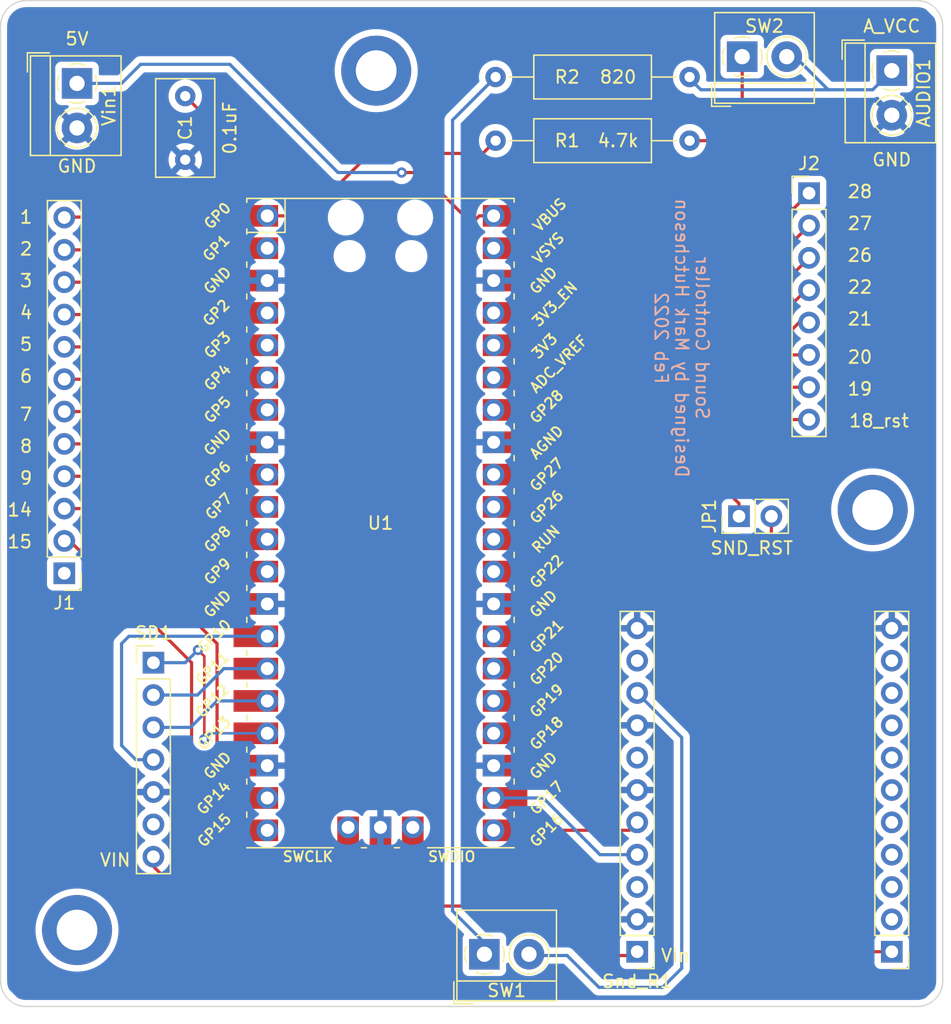
<source format=kicad_pcb>
(kicad_pcb (version 20211014) (generator pcbnew)
  (layers (0 "F.Cu" signal) (31 "B.Cu" signal) (34 "B.Paste" user) (35 "F.Paste" user) (36 "B.SilkS" user "B.Silkscreen") (37 "F.SilkS" user "F.Silkscreen") (38 "B.Mask" user) (39 "F.Mask" user) (44 "Edge.Cuts" user))
  (net 0 "")
  (net 1 "/Audio_out")
  (net 2 "/GND")
  (net 3 "Net-(C1-Pad2)")
  (net 5 "Net-(J1-Pad2)")
  (net 6 "Net-(J1-Pad3)")
  (net 7 "Net-(J1-Pad4)")
  (net 8 "Net-(J1-Pad5)")
  (net 9 "Net-(J1-Pad6)")
  (net 10 "Net-(J1-Pad7)")
  (net 11 "Net-(J1-Pad8)")
  (net 12 "Net-(J1-Pad9)")
  (net 13 "Net-(J1-Pad10)")
  (net 14 "Net-(J1-Pad11)")
  (net 15 "Net-(J1-Pad12)")
  (net 16 "Net-(J2-Pad1)")
  (net 17 "Net-(J2-Pad2)")
  (net 18 "Net-(J2-Pad3)")
  (net 19 "Net-(J2-Pad4)")
  (net 20 "Net-(J2-Pad5)")
  (net 21 "Net-(J2-Pad6)")
  (net 22 "/Rst")
  (net 23 "/Snd_rst")
  (net 24 "/Audio_R")
  (net 25 "/CS")
  (net 26 "/MOSI")
  (net 27 "/MISO")
  (net 28 "/SCK")
  (net 30 "/Vcc")
  (net 39 "Net-(J2-Pad7)")
  (net 40 "/Act")
  (net 41 "/SND_Tx")
  (net 42 "/SND_Rx")
  (net 43 "/BUS")
  (net 44 "/Audio_L")
  (net 45 "/3V3")
  (net 46 "/CS_SND")
  (net 53 "/Audio_outM")
  (net 54 "/Audio_RO")
  (footprint "Capacitor_THT:C_Disc_D7.5mm_W4.4mm_P5.00mm" (layer "F.Cu") (at 105 78 90)
    (fp_text reference "C1" (at 2.5 0 90) (layer "F.SilkS"))
    (fp_text value "C")
    (pad "1" thru_hole circle locked (at 0 0 90) (size 1.6 1.6) (drill 0.8) (layers *.Cu *.Mask) (net 2 "/GND"))
    (pad "2" thru_hole circle locked (at 5 0 90) (size 1.6 1.6) (drill 0.8) (layers *.Cu *.Mask) (net 3 "Net-(C1-Pad2)"))
  )
  (footprint "Connector_PinHeader_2.54mm:PinHeader_1x07_P2.54mm_Vertical" (layer "F.Cu") (at 102.5 117.5)
    (fp_text reference "SD1" (at 0 -2.33) (layer "F.SilkS"))
    (fp_text value "Conn_01x07")
    (pad "1" thru_hole rect locked (at 0 0) (size 1.7 1.7) (drill 1) (layers *.Cu *.Mask) (net 25 "/CS"))
    (pad "2" thru_hole oval locked (at 0 2.54) (size 1.7 1.7) (drill 1) (layers *.Cu *.Mask) (net 26 "/MOSI"))
    (pad "3" thru_hole oval locked (at 0 5.08) (size 1.7 1.7) (drill 1) (layers *.Cu *.Mask) (net 27 "/MISO"))
    (pad "4" thru_hole oval locked (at 0 7.62) (size 1.7 1.7) (drill 1) (layers *.Cu *.Mask) (net 28 "/SCK"))
    (pad "5" thru_hole oval locked (at 0 10.16) (size 1.7 1.7) (drill 1) (layers *.Cu *.Mask) (net 2 "/GND"))
    (pad "6" thru_hole oval locked (at 0 12.7) (size 1.7 1.7) (drill 1) (layers *.Cu *.Mask))
    (pad "7" thru_hole oval locked (at 0 15.24) (size 1.7 1.7) (drill 1) (layers *.Cu *.Mask) (net 30 "/Vcc"))
  )
  (footprint "Connector_PinHeader_2.54mm:PinHeader_1x11_P2.54mm_Vertical" (layer "F.Cu") (at 140.5 140.2 180)
    (fp_text reference "Snd_R1" (at 0 -2.33) (layer "F.SilkS"))
    (fp_text value "Conn_01x11")
    (pad "1" thru_hole rect locked (at 0 0 180) (size 1.7 1.7) (drill 1) (layers *.Cu *.Mask) (net 30 "/Vcc"))
    (pad "2" thru_hole oval locked (at 0 2.54 180) (size 1.7 1.7) (drill 1) (layers *.Cu *.Mask) (net 2 "/GND"))
    (pad "3" thru_hole oval locked (at 0 5.08 180) (size 1.7 1.7) (drill 1) (layers *.Cu *.Mask) (net 43 "/BUS"))
    (pad "4" thru_hole oval locked (at 0 7.62 180) (size 1.7 1.7) (drill 1) (layers *.Cu *.Mask) (net 41 "/SND_Tx"))
    (pad "5" thru_hole oval locked (at 0 10.16 180) (size 1.7 1.7) (drill 1) (layers *.Cu *.Mask) (net 42 "/SND_Rx"))
    (pad "6" thru_hole oval locked (at 0 12.7 180) (size 1.7 1.7) (drill 1) (layers *.Cu *.Mask) (net 2 "/GND"))
    (pad "7" thru_hole oval locked (at 0 15.24 180) (size 1.7 1.7) (drill 1) (layers *.Cu *.Mask) (net 46 "/CS_SND"))
    (pad "8" thru_hole oval locked (at 0 17.78 180) (size 1.7 1.7) (drill 1) (layers *.Cu *.Mask) (net 2 "/GND"))
    (pad "9" thru_hole oval locked (at 0 20.32 180) (size 1.7 1.7) (drill 1) (layers *.Cu *.Mask) (net 24 "/Audio_R"))
    (pad "10" thru_hole oval locked (at 0 22.86 180) (size 1.7 1.7) (drill 1) (layers *.Cu *.Mask) (net 44 "/Audio_L"))
    (pad "11" thru_hole oval locked (at 0 25.4 180) (size 1.7 1.7) (drill 1) (layers *.Cu *.Mask) (net 2 "/GND"))
  )
  (footprint "" (layer "F.Cu") (at 96.5 138.5)
    (fp_text reference "" (at 0 0) (layer "F.SilkS") (effects (font (size 1.27 1.27))))
    (fp_text value "" (at 0 0) (layer "F.SilkS") (effects (font (size 1.27 1.27))))
    (pad "1" thru_hole circle locked (at 0 0) (size 5.5 5.5) (drill 3.2) (layers *.Cu *.Mask))
  )
  (footprint "Connector_PinHeader_2.54mm:PinHeader_1x12_P2.54mm_Vertical" (layer "F.Cu") (at 95.5 110.475 180)
    (fp_text reference "J1" (at 0 -2.33) (layer "F.SilkS"))
    (fp_text value "Conn_01x12")
    (pad "1" thru_hole rect locked (at 0 0 180) (size 1.7 1.7) (drill 1) (layers *.Cu *.Mask))
    (pad "2" thru_hole oval locked (at 0 2.54 180) (size 1.7 1.7) (drill 1) (layers *.Cu *.Mask) (net 5 "Net-(J1-Pad2)"))
    (pad "3" thru_hole oval locked (at 0 5.08 180) (size 1.7 1.7) (drill 1) (layers *.Cu *.Mask) (net 6 "Net-(J1-Pad3)"))
    (pad "4" thru_hole oval locked (at 0 7.62 180) (size 1.7 1.7) (drill 1) (layers *.Cu *.Mask) (net 7 "Net-(J1-Pad4)"))
    (pad "5" thru_hole oval locked (at 0 10.16 180) (size 1.7 1.7) (drill 1) (layers *.Cu *.Mask) (net 8 "Net-(J1-Pad5)"))
    (pad "6" thru_hole oval locked (at 0 12.7 180) (size 1.7 1.7) (drill 1) (layers *.Cu *.Mask) (net 9 "Net-(J1-Pad6)"))
    (pad "7" thru_hole oval locked (at 0 15.24 180) (size 1.7 1.7) (drill 1) (layers *.Cu *.Mask) (net 10 "Net-(J1-Pad7)"))
    (pad "8" thru_hole oval locked (at 0 17.78 180) (size 1.7 1.7) (drill 1) (layers *.Cu *.Mask) (net 11 "Net-(J1-Pad8)"))
    (pad "9" thru_hole oval locked (at 0 20.32 180) (size 1.7 1.7) (drill 1) (layers *.Cu *.Mask) (net 12 "Net-(J1-Pad9)"))
    (pad "10" thru_hole oval locked (at 0 22.86 180) (size 1.7 1.7) (drill 1) (layers *.Cu *.Mask) (net 13 "Net-(J1-Pad10)"))
    (pad "11" thru_hole oval locked (at 0 25.4 180) (size 1.7 1.7) (drill 1) (layers *.Cu *.Mask) (net 14 "Net-(J1-Pad11)"))
    (pad "12" thru_hole oval locked (at 0 27.94 180) (size 1.7 1.7) (drill 1) (layers *.Cu *.Mask) (net 15 "Net-(J1-Pad12)"))
  )
  (footprint "Connector_PinHeader_2.54mm:PinHeader_1x11_P2.54mm_Vertical" (layer "F.Cu") (at 160.5 140.2 180)
    (fp_text reference "Snd_L1" hide)
    (fp_text value "Conn_01x11")
    (pad "1" thru_hole rect locked (at 0 0 180) (size 1.7 1.7) (drill 1) (layers *.Cu *.Mask) (net 23 "/Snd_rst"))
    (pad "2" thru_hole oval locked (at 0 2.54 180) (size 1.7 1.7) (drill 1) (layers *.Cu *.Mask))
    (pad "3" thru_hole oval locked (at 0 5.08 180) (size 1.7 1.7) (drill 1) (layers *.Cu *.Mask))
    (pad "4" thru_hole oval locked (at 0 7.62 180) (size 1.7 1.7) (drill 1) (layers *.Cu *.Mask))
    (pad "5" thru_hole oval locked (at 0 10.16 180) (size 1.7 1.7) (drill 1) (layers *.Cu *.Mask))
    (pad "6" thru_hole oval locked (at 0 12.7 180) (size 1.7 1.7) (drill 1) (layers *.Cu *.Mask))
    (pad "7" thru_hole oval locked (at 0 15.24 180) (size 1.7 1.7) (drill 1) (layers *.Cu *.Mask))
    (pad "8" thru_hole oval locked (at 0 17.78 180) (size 1.7 1.7) (drill 1) (layers *.Cu *.Mask))
    (pad "9" thru_hole oval locked (at 0 20.32 180) (size 1.7 1.7) (drill 1) (layers *.Cu *.Mask))
    (pad "10" thru_hole oval locked (at 0 22.86 180) (size 1.7 1.7) (drill 1) (layers *.Cu *.Mask) (net 40 "/Act"))
    (pad "11" thru_hole oval locked (at 0 25.4 180) (size 1.7 1.7) (drill 1) (layers *.Cu *.Mask) (net 2 "/GND"))
  )
  (footprint "TerminalBlock_4Ucon:TerminalBlock_4Ucon_1x02_P3.50mm_Horizontal" (layer "F.Cu") (at 128.5 140.4)
    (fp_text reference "SW1" (at 1.75 2.85) (layer "F.SilkS"))
    (fp_text value "SW_DIP_x01")
    (pad "1" thru_hole rect locked (at 0 0) (size 2.4 2.4) (drill 1.2) (layers *.Cu *.Mask) (net 54 "/Audio_RO"))
    (pad "2" thru_hole circle locked (at 3.5 0) (size 2.4 2.4) (drill 1.2) (layers *.Cu *.Mask) (net 24 "/Audio_R"))
  )
  (footprint "TerminalBlock_4Ucon:TerminalBlock_4Ucon_1x02_P3.50mm_Horizontal" (layer "F.Cu") (at 160.5 71 -90)
    (fp_text reference "AUDIO1" (at 1.75 -2.5 90) (layer "F.SilkS"))
    (fp_text value "Conn_01x02")
    (pad "1" thru_hole rect locked (at 0 0 270) (size 2.4 2.4) (drill 1.2) (layers *.Cu *.Mask) (net 1 "/Audio_out"))
    (pad "2" thru_hole circle locked (at 3.5 0 270) (size 2.4 2.4) (drill 1.2) (layers *.Cu *.Mask) (net 2 "/GND"))
  )
  (footprint "" (layer "F.Cu") (at 120 71)
    (fp_text reference "" (at 0 0) (layer "F.SilkS") (effects (font (size 1.27 1.27))))
    (fp_text value "" (at 0 0) (layer "F.SilkS") (effects (font (size 1.27 1.27))))
    (pad "1" thru_hole circle locked (at 0 0) (size 5.5 5.5) (drill 3.2) (layers *.Cu *.Mask))
  )
  (footprint "Connector_PinHeader_2.54mm:PinHeader_1x02_P2.54mm_Vertical" (layer "F.Cu") (at 148.5 106 90)
    (fp_text reference "JP1" (at 0 -2.33 90) (layer "F.SilkS"))
    (fp_text value "Jumper_2_Open")
    (pad "1" thru_hole rect locked (at 0 0 90) (size 1.7 1.7) (drill 1) (layers *.Cu *.Mask) (net 22 "/Rst"))
    (pad "2" thru_hole oval locked (at 0 2.54 90) (size 1.7 1.7) (drill 1) (layers *.Cu *.Mask) (net 23 "/Snd_rst"))
  )
  (footprint "TerminalBlock_4Ucon:TerminalBlock_4Ucon_1x02_P3.50mm_Horizontal" (layer "F.Cu") (at 96.5 72 -90)
    (fp_text reference "Vin1" (at 1.75 -2.5 90) (layer "F.SilkS"))
    (fp_text value "Conn_01x02")
    (pad "1" thru_hole rect locked (at 0 0 270) (size 2.4 2.4) (drill 1.2) (layers *.Cu *.Mask) (net 30 "/Vcc"))
    (pad "2" thru_hole circle locked (at 3.5 0 270) (size 2.4 2.4) (drill 1.2) (layers *.Cu *.Mask) (net 2 "/GND"))
  )
  (footprint "Resistor_THT:R_Axial_DIN0309_L9.0mm_D3.2mm_P15.24mm_Horizontal" (layer "F.Cu") (at 129.38 71.5)
    (fp_text reference "R2" (at 5.62 0) (layer "F.SilkS"))
    (fp_text value "820")
    (pad "1" thru_hole circle locked (at 0 0) (size 1.6 1.6) (drill 0.8) (layers *.Cu *.Mask) (net 54 "/Audio_RO"))
    (pad "2" thru_hole oval locked (at 15.24 0) (size 1.6 1.6) (drill 0.8) (layers *.Cu *.Mask) (net 1 "/Audio_out"))
  )
  (footprint "TerminalBlock_4Ucon:TerminalBlock_4Ucon_1x02_P3.50mm_Horizontal" (layer "F.Cu") (at 148.75 69.9)
    (fp_text reference "SW2" (at 1.75 -2.4) (layer "F.SilkS"))
    (fp_text value "SW_DIP_x01")
    (pad "1" thru_hole rect locked (at 0 0) (size 2.4 2.4) (drill 1.2) (layers *.Cu *.Mask) (net 53 "/Audio_outM"))
    (pad "2" thru_hole circle locked (at 3.5 0) (size 2.4 2.4) (drill 1.2) (layers *.Cu *.Mask) (net 1 "/Audio_out"))
  )
  (footprint "" (layer "F.Cu") (at 159 105.5)
    (fp_text reference "" (at 0 0) (layer "F.SilkS") (effects (font (size 1.27 1.27))))
    (fp_text value "" (at 0 0) (layer "F.SilkS") (effects (font (size 1.27 1.27))))
    (pad "1" thru_hole circle locked (at 0 0) (size 5.5 5.5) (drill 3.2) (layers *.Cu *.Mask))
  )
  (footprint "Connector_PinHeader_2.54mm:PinHeader_1x08_P2.54mm_Vertical" (layer "F.Cu") (at 154 80.625)
    (fp_text reference "J2" (at 0 -2.33) (layer "F.SilkS"))
    (fp_text value "Conn_01x08")
    (pad "1" thru_hole rect locked (at 0 0) (size 1.7 1.7) (drill 1) (layers *.Cu *.Mask) (net 16 "Net-(J2-Pad1)"))
    (pad "2" thru_hole oval locked (at 0 2.54) (size 1.7 1.7) (drill 1) (layers *.Cu *.Mask) (net 17 "Net-(J2-Pad2)"))
    (pad "3" thru_hole oval locked (at 0 5.08) (size 1.7 1.7) (drill 1) (layers *.Cu *.Mask) (net 18 "Net-(J2-Pad3)"))
    (pad "4" thru_hole oval locked (at 0 7.62) (size 1.7 1.7) (drill 1) (layers *.Cu *.Mask) (net 19 "Net-(J2-Pad4)"))
    (pad "5" thru_hole oval locked (at 0 10.16) (size 1.7 1.7) (drill 1) (layers *.Cu *.Mask) (net 20 "Net-(J2-Pad5)"))
    (pad "6" thru_hole oval locked (at 0 12.7) (size 1.7 1.7) (drill 1) (layers *.Cu *.Mask) (net 21 "Net-(J2-Pad6)"))
    (pad "7" thru_hole oval locked (at 0 15.24) (size 1.7 1.7) (drill 1) (layers *.Cu *.Mask) (net 39 "Net-(J2-Pad7)"))
    (pad "8" thru_hole oval locked (at 0 17.78) (size 1.7 1.7) (drill 1) (layers *.Cu *.Mask) (net 22 "/Rst"))
  )
  (footprint "Pi-Pico:RPi_Pico_SMD_TH" (layer "F.Cu") (at 120.335 106.535)
    (fp_text reference "U1" (at 0 0) (layer "F.SilkS"))
    (fp_text value "Pico")
    (fp_text user "GND" (at -12.8 -19.05 45) (layer "F.SilkS") (effects (font (size 0.8 0.8))))
    (fp_text user "GND" (at -12.8 19.05 45) (layer "F.SilkS") (effects (font (size 0.8 0.8))))
    (fp_text user "GP3" (at -12.8 -13.97 45) (layer "F.SilkS") (effects (font (size 0.8 0.8))))
    (fp_text user "AGND" (at 13.054 -6.35 45) (layer "F.SilkS") (effects (font (size 0.8 0.8))))
    (fp_text user "GP26" (at 13.054 -1.27 45) (layer "F.SilkS") (effects (font (size 0.8 0.8))))
    (fp_text user "GP2" (at -12.9 -16.51 45) (layer "F.SilkS") (effects (font (size 0.8 0.8))))
    (fp_text user "GP10" (at -13.054 8.89 45) (layer "F.SilkS") (effects (font (size 0.8 0.8))))
    (fp_text user "GP7" (at -12.7 -1.3 45) (layer "F.SilkS") (effects (font (size 0.8 0.8))))
    (fp_text user "GP9" (at -12.8 3.81 45) (layer "F.SilkS") (effects (font (size 0.8 0.8))))
    (fp_text user "GP5" (at -12.8 -8.89 45) (layer "F.SilkS") (effects (font (size 0.8 0.8))))
    (fp_text user "GND" (at 12.8 19.05 45) (layer "F.SilkS") (effects (font (size 0.8 0.8))))
    (fp_text user "GP16" (at 13.054 24.13 45) (layer "F.SilkS") (effects (font (size 0.8 0.8))))
    (fp_text user "GP12" (at -13.2 13.97 45) (layer "F.SilkS") (effects (font (size 0.8 0.8))))
    (fp_text user "GP17" (at 13.054 21.59 45) (layer "F.SilkS") (effects (font (size 0.8 0.8))))
    (fp_text user "GND" (at -12.8 6.35 45) (layer "F.SilkS") (effects (font (size 0.8 0.8))))
    (fp_text user "3V3_EN" (at 13.7 -17.2 45) (layer "F.SilkS") (effects (font (size 0.8 0.8))))
    (fp_text user "GP6" (at -12.8 -3.81 45) (layer "F.SilkS") (effects (font (size 0.8 0.8))))
    (fp_text user "GND" (at 12.8 -19.05 45) (layer "F.SilkS") (effects (font (size 0.8 0.8))))
    (fp_text user "GP0" (at -12.8 -24.13 45) (layer "F.SilkS") (effects (font (size 0.8 0.8))))
    (fp_text user "3V3" (at 12.9 -13.9 45) (layer "F.SilkS") (effects (font (size 0.8 0.8))))
    (fp_text user "VBUS" (at 13.3 -24.2 45) (layer "F.SilkS") (effects (font (size 0.8 0.8))))
    (fp_text user "GP27" (at 13.054 -3.8 45) (layer "F.SilkS") (effects (font (size 0.8 0.8))))
    (fp_text user "RUN" (at 13 1.27 45) (layer "F.SilkS") (effects (font (size 0.8 0.8))))
    (fp_text user "GP20" (at 13.054 11.43 45) (layer "F.SilkS") (effects (font (size 0.8 0.8))))
    (fp_text user "GP8" (at -12.8 1.27 45) (layer "F.SilkS") (effects (font (size 0.8 0.8))))
    (fp_text user "GND" (at -12.8 -6.35 45) (layer "F.SilkS") (effects (font (size 0.8 0.8))))
    (fp_text user "GP15" (at -13.054 24.13 45) (layer "F.SilkS") (effects (font (size 0.8 0.8))))
    (fp_text user "GP14" (at -13.1 21.59 45) (layer "F.SilkS") (effects (font (size 0.8 0.8))))
    (fp_text user "GP28" (at 13.054 -9.144 45) (layer "F.SilkS") (effects (font (size 0.8 0.8))))
    (fp_text user "GP13" (at -13.054 16.51 45) (layer "F.SilkS") (effects (font (size 0.8 0.8))))
    (fp_text user "GND" (at 12.8 6.35 45) (layer "F.SilkS") (effects (font (size 0.8 0.8))))
    (fp_text user "VSYS" (at 13.2 -21.59 45) (layer "F.SilkS") (effects (font (size 0.8 0.8))))
    (fp_text user "GP18" (at 13.054 16.51 45) (layer "F.SilkS") (effects (font (size 0.8 0.8))))
    (fp_text user "GP1" (at -12.9 -21.6 45) (layer "F.SilkS") (effects (font (size 0.8 0.8))))
    (fp_text user "GP21" (at 13.054 8.9 45) (layer "F.SilkS") (effects (font (size 0.8 0.8))))
    (fp_text user "GP22" (at 13.054 3.81 45) (layer "F.SilkS") (effects (font (size 0.8 0.8))))
    (fp_text user "GP11" (at -13.2 11.43 45) (layer "F.SilkS") (effects (font (size 0.8 0.8))))
    (fp_text user "SWCLK" (at -5.7 26.2) (layer "F.SilkS") (effects (font (size 0.8 0.8))))
    (fp_text user "SWDIO" (at 5.6 26.2) (layer "F.SilkS") (effects (font (size 0.8 0.8))))
    (fp_text user "GP4" (at -12.8 -11.43 45) (layer "F.SilkS") (effects (font (size 0.8 0.8))))
    (fp_text user "GP19" (at 13.054 13.97 45) (layer "F.SilkS") (effects (font (size 0.8 0.8))))
    (fp_text user "ADC_VREF" (at 14 -12.5 45) (layer "F.SilkS") (effects (font (size 0.8 0.8))))
    (pad "" np_thru_hole oval locked (at 2.725 -24) (size 1.8 1.8) (drill 1.8) (layers *.Cu *.Mask))
    (pad "" np_thru_hole oval locked (at 2.425 -20.97) (size 1.5 1.5) (drill 1.5) (layers *.Cu *.Mask))
    (pad "" np_thru_hole oval locked (at -2.425 -20.97) (size 1.5 1.5) (drill 1.5) (layers *.Cu *.Mask))
    (pad "" np_thru_hole oval locked (at -2.725 -24) (size 1.8 1.8) (drill 1.8) (layers *.Cu *.Mask))
    (pad "1" smd rect locked (at -8.89 -24.13) (size 3.5 1.7) (drill (offset -0.9 0)) (layers "F.Cu" "F.Mask") (net 3 "Net-(C1-Pad2)"))
    (pad "1" thru_hole oval locked (at -8.89 -24.13) (size 1.7 1.7) (drill 1.02) (layers *.Cu *.Mask) (net 3 "Net-(C1-Pad2)"))
    (pad "2" smd rect locked (at -8.89 -21.59) (size 3.5 1.7) (drill (offset -0.9 0)) (layers "F.Cu" "F.Mask") (net 15 "Net-(J1-Pad12)"))
    (pad "2" thru_hole oval locked (at -8.89 -21.59) (size 1.7 1.7) (drill 1.02) (layers *.Cu *.Mask) (net 15 "Net-(J1-Pad12)"))
    (pad "3" thru_hole rect locked (at -8.89 -19.05) (size 1.7 1.7) (drill 1.02) (layers *.Cu *.Mask) (net 2 "/GND"))
    (pad "3" smd rect locked (at -8.89 -19.05) (size 3.5 1.7) (drill (offset -0.9 0)) (layers "F.Cu" "F.Mask") (net 2 "/GND"))
    (pad "4" smd rect locked (at -8.89 -16.51) (size 3.5 1.7) (drill (offset -0.9 0)) (layers "F.Cu" "F.Mask") (net 14 "Net-(J1-Pad11)"))
    (pad "4" thru_hole oval locked (at -8.89 -16.51) (size 1.7 1.7) (drill 1.02) (layers *.Cu *.Mask) (net 14 "Net-(J1-Pad11)"))
    (pad "5" smd rect locked (at -8.89 -13.97) (size 3.5 1.7) (drill (offset -0.9 0)) (layers "F.Cu" "F.Mask") (net 13 "Net-(J1-Pad10)"))
    (pad "5" thru_hole oval locked (at -8.89 -13.97) (size 1.7 1.7) (drill 1.02) (layers *.Cu *.Mask) (net 13 "Net-(J1-Pad10)"))
    (pad "6" thru_hole oval locked (at -8.89 -11.43) (size 1.7 1.7) (drill 1.02) (layers *.Cu *.Mask) (net 12 "Net-(J1-Pad9)"))
    (pad "6" smd rect locked (at -8.89 -11.43) (size 3.5 1.7) (drill (offset -0.9 0)) (layers "F.Cu" "F.Mask") (net 12 "Net-(J1-Pad9)"))
    (pad "7" smd rect locked (at -8.89 -8.89) (size 3.5 1.7) (drill (offset -0.9 0)) (layers "F.Cu" "F.Mask") (net 11 "Net-(J1-Pad8)"))
    (pad "7" thru_hole oval locked (at -8.89 -8.89) (size 1.7 1.7) (drill 1.02) (layers *.Cu *.Mask) (net 11 "Net-(J1-Pad8)"))
    (pad "8" smd rect locked (at -8.89 -6.35) (size 3.5 1.7) (drill (offset -0.9 0)) (layers "F.Cu" "F.Mask") (net 2 "/GND"))
    (pad "8" thru_hole rect locked (at -8.89 -6.35) (size 1.7 1.7) (drill 1.02) (layers *.Cu *.Mask) (net 2 "/GND"))
    (pad "9" thru_hole oval locked (at -8.89 -3.81) (size 1.7 1.7) (drill 1.02) (layers *.Cu *.Mask) (net 10 "Net-(J1-Pad7)"))
    (pad "9" smd rect locked (at -8.89 -3.81) (size 3.5 1.7) (drill (offset -0.9 0)) (layers "F.Cu" "F.Mask") (net 10 "Net-(J1-Pad7)"))
    (pad "10" thru_hole oval locked (at -8.89 -1.27) (size 1.7 1.7) (drill 1.02) (layers *.Cu *.Mask) (net 9 "Net-(J1-Pad6)"))
    (pad "10" smd rect locked (at -8.89 -1.27) (size 3.5 1.7) (drill (offset -0.9 0)) (layers "F.Cu" "F.Mask") (net 9 "Net-(J1-Pad6)"))
    (pad "11" thru_hole oval locked (at -8.89 1.27) (size 1.7 1.7) (drill 1.02) (layers *.Cu *.Mask) (net 8 "Net-(J1-Pad5)"))
    (pad "11" smd rect locked (at -8.89 1.27) (size 3.5 1.7) (drill (offset -0.9 0)) (layers "F.Cu" "F.Mask") (net 8 "Net-(J1-Pad5)"))
    (pad "12" smd rect locked (at -8.89 3.81) (size 3.5 1.7) (drill (offset -0.9 0)) (layers "F.Cu" "F.Mask") (net 7 "Net-(J1-Pad4)"))
    (pad "12" thru_hole oval locked (at -8.89 3.81) (size 1.7 1.7) (drill 1.02) (layers *.Cu *.Mask) (net 7 "Net-(J1-Pad4)"))
    (pad "13" smd rect locked (at -8.89 6.35) (size 3.5 1.7) (drill (offset -0.9 0)) (layers "F.Cu" "F.Mask") (net 2 "/GND"))
    (pad "13" thru_hole rect locked (at -8.89 6.35) (size 1.7 1.7) (drill 1.02) (layers *.Cu *.Mask) (net 2 "/GND"))
    (pad "14" thru_hole oval locked (at -8.89 8.89) (size 1.7 1.7) (drill 1.02) (layers *.Cu *.Mask) (net 28 "/SCK"))
    (pad "14" smd rect locked (at -8.89 8.89) (size 3.5 1.7) (drill (offset -0.9 0)) (layers "F.Cu" "F.Mask") (net 28 "/SCK"))
    (pad "15" thru_hole oval locked (at -8.89 11.43) (size 1.7 1.7) (drill 1.02) (layers *.Cu *.Mask) (net 26 "/MOSI"))
    (pad "15" smd rect locked (at -8.89 11.43) (size 3.5 1.7) (drill (offset -0.9 0)) (layers "F.Cu" "F.Mask") (net 26 "/MOSI"))
    (pad "16" smd rect locked (at -8.89 13.97) (size 3.5 1.7) (drill (offset -0.9 0)) (layers "F.Cu" "F.Mask") (net 27 "/MISO"))
    (pad "16" thru_hole oval locked (at -8.89 13.97) (size 1.7 1.7) (drill 1.02) (layers *.Cu *.Mask) (net 27 "/MISO"))
    (pad "17" smd rect locked (at -8.89 16.51) (size 3.5 1.7) (drill (offset -0.9 0)) (layers "F.Cu" "F.Mask") (net 25 "/CS"))
    (pad "17" thru_hole oval locked (at -8.89 16.51) (size 1.7 1.7) (drill 1.02) (layers *.Cu *.Mask) (net 25 "/CS"))
    (pad "18" thru_hole rect locked (at -8.89 19.05) (size 1.7 1.7) (drill 1.02) (layers *.Cu *.Mask) (net 2 "/GND"))
    (pad "18" smd rect locked (at -8.89 19.05) (size 3.5 1.7) (drill (offset -0.9 0)) (layers "F.Cu" "F.Mask") (net 2 "/GND"))
    (pad "19" thru_hole oval locked (at -8.89 21.59) (size 1.7 1.7) (drill 1.02) (layers *.Cu *.Mask) (net 6 "Net-(J1-Pad3)"))
    (pad "19" smd rect locked (at -8.89 21.59) (size 3.5 1.7) (drill (offset -0.9 0)) (layers "F.Cu" "F.Mask") (net 6 "Net-(J1-Pad3)"))
    (pad "20" thru_hole oval locked (at -8.89 24.13) (size 1.7 1.7) (drill 1.02) (layers *.Cu *.Mask) (net 5 "Net-(J1-Pad2)"))
    (pad "20" smd rect locked (at -8.89 24.13) (size 3.5 1.7) (drill (offset -0.9 0)) (layers "F.Cu" "F.Mask") (net 5 "Net-(J1-Pad2)"))
    (pad "21" thru_hole oval locked (at 8.89 24.13) (size 1.7 1.7) (drill 1.02) (layers *.Cu *.Mask) (net 42 "/SND_Rx"))
    (pad "21" smd rect locked (at 8.89 24.13) (size 3.5 1.7) (drill (offset 0.9 0)) (layers "F.Cu" "F.Mask") (net 42 "/SND_Rx"))
    (pad "22" smd rect locked (at 8.89 21.59) (size 3.5 1.7) (drill (offset 0.9 0)) (layers "F.Cu" "F.Mask") (net 41 "/SND_Tx"))
    (pad "22" thru_hole oval locked (at 8.89 21.59) (size 1.7 1.7) (drill 1.02) (layers *.Cu *.Mask) (net 41 "/SND_Tx"))
    (pad "23" smd rect locked (at 8.89 19.05) (size 3.5 1.7) (drill (offset 0.9 0)) (layers "F.Cu" "F.Mask") (net 2 "/GND"))
    (pad "23" thru_hole rect locked (at 8.89 19.05) (size 1.7 1.7) (drill 1.02) (layers *.Cu *.Mask) (net 2 "/GND"))
    (pad "24" smd rect locked (at 8.89 16.51) (size 3.5 1.7) (drill (offset 0.9 0)) (layers "F.Cu" "F.Mask") (net 22 "/Rst"))
    (pad "24" thru_hole oval locked (at 8.89 16.51) (size 1.7 1.7) (drill 1.02) (layers *.Cu *.Mask) (net 22 "/Rst"))
    (pad "25" thru_hole oval locked (at 8.89 13.97) (size 1.7 1.7) (drill 1.02) (layers *.Cu *.Mask) (net 39 "Net-(J2-Pad7)"))
    (pad "25" smd rect locked (at 8.89 13.97) (size 3.5 1.7) (drill (offset 0.9 0)) (layers "F.Cu" "F.Mask") (net 39 "Net-(J2-Pad7)"))
    (pad "26" thru_hole oval locked (at 8.89 11.43) (size 1.7 1.7) (drill 1.02) (layers *.Cu *.Mask) (net 21 "Net-(J2-Pad6)"))
    (pad "26" smd rect locked (at 8.89 11.43) (size 3.5 1.7) (drill (offset 0.9 0)) (layers "F.Cu" "F.Mask") (net 21 "Net-(J2-Pad6)"))
    (pad "27" thru_hole oval locked (at 8.89 8.89) (size 1.7 1.7) (drill 1.02) (layers *.Cu *.Mask) (net 20 "Net-(J2-Pad5)"))
    (pad "27" smd rect locked (at 8.89 8.89) (size 3.5 1.7) (drill (offset 0.9 0)) (layers "F.Cu" "F.Mask") (net 20 "Net-(J2-Pad5)"))
    (pad "28" smd rect locked (at 8.89 6.35) (size 3.5 1.7) (drill (offset 0.9 0)) (layers "F.Cu" "F.Mask") (net 2 "/GND"))
    (pad "28" thru_hole rect locked (at 8.89 6.35) (size 1.7 1.7) (drill 1.02) (layers *.Cu *.Mask) (net 2 "/GND"))
    (pad "29" thru_hole oval locked (at 8.89 3.81) (size 1.7 1.7) (drill 1.02) (layers *.Cu *.Mask) (net 19 "Net-(J2-Pad4)"))
    (pad "29" smd rect locked (at 8.89 3.81) (size 3.5 1.7) (drill (offset 0.9 0)) (layers "F.Cu" "F.Mask") (net 19 "Net-(J2-Pad4)"))
    (pad "30" smd rect locked (at 8.89 1.27) (size 3.5 1.7) (drill (offset 0.9 0)) (layers "F.Cu" "F.Mask"))
    (pad "30" thru_hole oval locked (at 8.89 1.27) (size 1.7 1.7) (drill 1.02) (layers *.Cu *.Mask))
    (pad "31" smd rect locked (at 8.89 -1.27) (size 3.5 1.7) (drill (offset 0.9 0)) (layers "F.Cu" "F.Mask") (net 18 "Net-(J2-Pad3)"))
    (pad "31" thru_hole oval locked (at 8.89 -1.27) (size 1.7 1.7) (drill 1.02) (layers *.Cu *.Mask) (net 18 "Net-(J2-Pad3)"))
    (pad "32" smd rect locked (at 8.89 -3.81) (size 3.5 1.7) (drill (offset 0.9 0)) (layers "F.Cu" "F.Mask") (net 17 "Net-(J2-Pad2)"))
    (pad "32" thru_hole oval locked (at 8.89 -3.81) (size 1.7 1.7) (drill 1.02) (layers *.Cu *.Mask) (net 17 "Net-(J2-Pad2)"))
    (pad "33" smd rect locked (at 8.89 -6.35) (size 3.5 1.7) (drill (offset 0.9 0)) (layers "F.Cu" "F.Mask") (net 2 "/GND"))
    (pad "33" thru_hole rect locked (at 8.89 -6.35) (size 1.7 1.7) (drill 1.02) (layers *.Cu *.Mask) (net 2 "/GND"))
    (pad "34" smd rect locked (at 8.89 -8.89) (size 3.5 1.7) (drill (offset 0.9 0)) (layers "F.Cu" "F.Mask") (net 16 "Net-(J2-Pad1)"))
    (pad "34" thru_hole oval locked (at 8.89 -8.89) (size 1.7 1.7) (drill 1.02) (layers *.Cu *.Mask) (net 16 "Net-(J2-Pad1)"))
    (pad "35" thru_hole oval locked (at 8.89 -11.43) (size 1.7 1.7) (drill 1.02) (layers *.Cu *.Mask))
    (pad "35" smd rect locked (at 8.89 -11.43) (size 3.5 1.7) (drill (offset 0.9 0)) (layers "F.Cu" "F.Mask"))
    (pad "36" smd rect locked (at 8.89 -13.97) (size 3.5 1.7) (drill (offset 0.9 0)) (layers "F.Cu" "F.Mask") (net 45 "/3V3"))
    (pad "36" thru_hole oval locked (at 8.89 -13.97) (size 1.7 1.7) (drill 1.02) (layers *.Cu *.Mask) (net 45 "/3V3"))
    (pad "37" smd rect locked (at 8.89 -16.51) (size 3.5 1.7) (drill (offset 0.9 0)) (layers "F.Cu" "F.Mask"))
    (pad "37" thru_hole oval locked (at 8.89 -16.51) (size 1.7 1.7) (drill 1.02) (layers *.Cu *.Mask))
    (pad "38" smd rect locked (at 8.89 -19.05) (size 3.5 1.7) (drill (offset 0.9 0)) (layers "F.Cu" "F.Mask") (net 2 "/GND"))
    (pad "38" thru_hole rect locked (at 8.89 -19.05) (size 1.7 1.7) (drill 1.02) (layers *.Cu *.Mask) (net 2 "/GND"))
    (pad "39" smd rect locked (at 8.89 -21.59) (size 3.5 1.7) (drill (offset 0.9 0)) (layers "F.Cu" "F.Mask"))
    (pad "39" thru_hole oval locked (at 8.89 -21.59) (size 1.7 1.7) (drill 1.02) (layers *.Cu *.Mask))
    (pad "40" thru_hole oval locked (at 8.89 -24.13) (size 1.7 1.7) (drill 1.02) (layers *.Cu *.Mask) (net 30 "/Vcc"))
    (pad "40" smd rect locked (at 8.89 -24.13) (size 3.5 1.7) (drill (offset 0.9 0)) (layers "F.Cu" "F.Mask") (net 30 "/Vcc"))
    (pad "41" thru_hole oval locked (at -2.54 23.9) (size 1.7 1.7) (drill 1.02) (layers *.Cu *.Mask))
    (pad "41" smd rect locked (at -2.54 23.9 90) (size 3.5 1.7) (drill (offset -0.9 0)) (layers "F.Cu" "F.Mask"))
    (pad "42" thru_hole rect locked (at 0 23.9) (size 1.7 1.7) (drill 1.02) (layers *.Cu *.Mask) (net 2 "/GND"))
    (pad "42" smd rect locked (at 0 23.9 90) (size 3.5 1.7) (drill (offset -0.9 0)) (layers "F.Cu" "F.Mask") (net 2 "/GND"))
    (pad "43" smd rect locked (at 2.54 23.9 90) (size 3.5 1.7) (drill (offset -0.9 0)) (layers "F.Cu" "F.Mask"))
    (pad "43" thru_hole oval locked (at 2.54 23.9) (size 1.7 1.7) (drill 1.02) (layers *.Cu *.Mask))
  )
  (footprint "Resistor_THT:R_Axial_DIN0309_L9.0mm_D3.2mm_P15.24mm_Horizontal" (layer "F.Cu") (at 144.62 76.5 180)
    (fp_text reference "R1" (at 9.62 0) (layer "F.SilkS"))
    (fp_text value "4.7k")
    (pad "1" thru_hole circle locked (at 0 0 180) (size 1.6 1.6) (drill 0.8) (layers *.Cu *.Mask) (net 53 "/Audio_outM"))
    (pad "2" thru_hole oval locked (at 15.24 0 180) (size 1.6 1.6) (drill 0.8) (layers *.Cu *.Mask) (net 3 "Net-(C1-Pad2)"))
  )
  (gr_line (start 92.5 144.5) (end 162.5 144.5) (layer "Edge.Cuts") (width 0.1))
  (gr_arc (start 164.5 142.5) (mid 163.914214 143.914214) (end 162.5 144.5) (layer "Edge.Cuts") (width 0.1))
  (gr_arc (start 162.5 65.5) (mid 163.914214 66.085786) (end 164.5 67.5) (layer "Edge.Cuts") (width 0.1))
  (gr_line (start 162.5 65.5) (end 92.5 65.5) (layer "Edge.Cuts") (width 0.1))
  (gr_line (start 90.5 67.5) (end 90.5 142.5) (layer "Edge.Cuts") (width 0.1))
  (gr_arc (start 90.5 67.5) (mid 91.085786 66.085786) (end 92.5 65.5) (layer "Edge.Cuts") (width 0.1))
  (gr_line (start 164.5 142.5) (end 164.5 67.5) (layer "Edge.Cuts") (width 0.1))
  (gr_arc (start 92.5 144.5) (mid 91.085786 143.914214) (end 90.5 142.5) (layer "Edge.Cuts") (width 0.1))
  (gr_text "Sound Controller\nDesigned by Mark Hutcheson\nFeb 2022" (at 144 92 -90) (layer "B.SilkS") (effects (font (size 1 1)) (justify mirror)))
  (gr_text "5" (at 92.5 92.5) (layer "F.SilkS") (effects (font (size 1 1))))
  (gr_text "3" (at 92.5 87.5) (layer "F.SilkS") (effects (font (size 1 1))))
  (gr_text "20" (at 158 93.5) (layer "F.SilkS") (effects (font (size 1 1))))
  (gr_text "VIN" (at 99.5 133) (layer "F.SilkS") (effects (font (size 1 1))))
  (gr_text "820" (at 139 71.5) (layer "F.SilkS") (effects (font (size 1 1))))
  (gr_text "22" (at 158 88) (layer "F.SilkS") (effects (font (size 1 1))))
  (gr_text "1" (at 92.5 82.5) (layer "F.SilkS") (effects (font (size 1 1))))
  (gr_text "27" (at 158 83) (layer "F.SilkS") (effects (font (size 1 1))))
  (gr_text "18_rst" (at 159.5 98.5) (layer "F.SilkS") (effects (font (size 1 1))))
  (gr_text "7" (at 92.5 98) (layer "F.SilkS") (effects (font (size 1 1))))
  (gr_text "SND_RST" (at 149.5 108.5) (layer "F.SilkS") (effects (font (size 1 1))))
  (gr_text "15" (at 92 108) (layer "F.SilkS") (effects (font (size 1 1))))
  (gr_text "GND" (at 96.5 78.5) (layer "F.SilkS") (effects (font (size 1 1))))
  (gr_text "6" (at 92.5 95) (layer "F.SilkS") (effects (font (size 1 1))))
  (gr_text "0.1uF" (at 108.5 75.5 90) (layer "F.SilkS") (effects (font (size 1 1))))
  (gr_text "26" (at 158 85.5) (layer "F.SilkS") (effects (font (size 1 1))))
  (gr_text "9" (at 92.5 103) (layer "F.SilkS") (effects (font (size 1 1))))
  (gr_text "14" (at 92 105.5) (layer "F.SilkS") (effects (font (size 1 1))))
  (gr_text "8" (at 92.5 100.5) (layer "F.SilkS") (effects (font (size 1 1))))
  (gr_text "4" (at 92.5 90) (layer "F.SilkS") (effects (font (size 1 1))))
  (gr_text "21" (at 158 90.5) (layer "F.SilkS") (effects (font (size 1 1))))
  (gr_text "19" (at 158 96) (layer "F.SilkS") (effects (font (size 1 1))))
  (gr_text "GND" (at 160.5 78) (layer "F.SilkS") (effects (font (size 1 1))))
  (gr_text "5V" (at 96.5 68.5) (layer "F.SilkS") (effects (font (size 1 1))))
  (gr_text "Vin" (at 143.5 140.5) (layer "F.SilkS") (effects (font (size 1 1))))
  (gr_text "28" (at 158 80.5) (layer "F.SilkS") (effects (font (size 1 1))))
  (gr_text "2" (at 92.5 85) (layer "F.SilkS") (effects (font (size 1 1))))
  (gr_text "4.7k" (at 139 76.5) (layer "F.SilkS") (effects (font (size 1 1))))
  (gr_text "A_VCC" (at 160.5 67.5) (layer "F.SilkS") (effects (font (size 1 1))))
  (segment (start 159 72.5) (end 160.5 71) (width 0.25) (layer "B.Cu") (net 1))
  (segment (start 155.5 72.5) (end 159 72.5) (width 0.25) (layer "B.Cu") (net 1))
  (segment (start 155.5 72.5) (end 152.9 69.9) (width 0.25) (layer "B.Cu") (net 1))
  (segment (start 144.62 71.62) (end 145.5 72.5) (width 0.25) (layer "B.Cu") (net 1))
  (segment (start 152.9 69.9) (end 152.25 69.9) (width 0.25) (layer "B.Cu") (net 1))
  (segment (start 145.5 72.5) (end 155.5 72.5) (width 0.25) (layer "B.Cu") (net 1))
  (segment (start 144.62 71.5) (end 144.62 71.62) (width 0.25) (layer "B.Cu") (net 1))
  (segment (start 105 73) (end 114.405 82.405) (width 0.25) (layer "F.Cu") (net 3))
  (segment (start 128.38 77.5) (end 129.38 76.5) (width 0.25) (layer "F.Cu") (net 3))
  (segment (start 114.595 82.405) (end 119.5 77.5) (width 0.25) (layer "F.Cu") (net 3))
  (segment (start 119.5 77.5) (end 128.38 77.5) (width 0.25) (layer "F.Cu") (net 3))
  (segment (start 111.445 82.405) (end 114.405 82.405) (width 0.25) (layer "F.Cu") (net 3))
  (segment (start 114.405 82.405) (end 114.595 82.405) (width 0.25) (layer "F.Cu") (net 3))
  (segment (start 105.5 128.5) (end 107.665 130.665) (width 0.25) (layer "F.Cu") (net 5))
  (segment (start 95.935 107.935) (end 105.5 117.5) (width 0.25) (layer "F.Cu") (net 5))
  (segment (start 105.5 117.5) (end 105.5 128.5) (width 0.25) (layer "F.Cu") (net 5))
  (segment (start 95.5 107.935) (end 95.935 107.935) (width 0.25) (layer "F.Cu") (net 5))
  (segment (start 107.665 130.665) (end 111.445 130.665) (width 0.25) (layer "F.Cu") (net 5))
  (segment (start 107.5 127) (end 108.625 128.125) (width 0.25) (layer "F.Cu") (net 6))
  (segment (start 95.5 105.395) (end 96.895 105.395) (width 0.25) (layer "F.Cu") (net 6))
  (segment (start 107.5 116) (end 107.5 127) (width 0.25) (layer "F.Cu") (net 6))
  (segment (start 108.625 128.125) (end 111.445 128.125) (width 0.25) (layer "F.Cu") (net 6))
  (segment (start 96.895 105.395) (end 107.5 116) (width 0.25) (layer "F.Cu") (net 6))
  (segment (start 111.29 110.5) (end 111.445 110.345) (width 0.25) (layer "F.Cu") (net 7))
  (segment (start 99.355 102.855) (end 107 110.5) (width 0.25) (layer "F.Cu") (net 7))
  (segment (start 95.5 102.855) (end 99.355 102.855) (width 0.25) (layer "F.Cu") (net 7))
  (segment (start 107 110.5) (end 111.29 110.5) (width 0.25) (layer "F.Cu") (net 7))
  (segment (start 99.315 100.315) (end 106.805 107.805) (width 0.25) (layer "F.Cu") (net 8))
  (segment (start 106.805 107.805) (end 111.445 107.805) (width 0.25) (layer "F.Cu") (net 8))
  (segment (start 95.5 100.315) (end 99.315 100.315) (width 0.25) (layer "F.Cu") (net 8))
  (segment (start 95.5 97.775) (end 99.775 97.775) (width 0.25) (layer "F.Cu") (net 9))
  (segment (start 111.21 105.5) (end 111.445 105.265) (width 0.25) (layer "F.Cu") (net 9))
  (segment (start 107.5 105.5) (end 111.21 105.5) (width 0.25) (layer "F.Cu") (net 9))
  (segment (start 99.775 97.775) (end 107.5 105.5) (width 0.25) (layer "F.Cu") (net 9))
  (segment (start 100.235 95.235) (end 107.725 102.725) (width 0.25) (layer "F.Cu") (net 10))
  (segment (start 107.725 102.725) (end 111.445 102.725) (width 0.25) (layer "F.Cu") (net 10))
  (segment (start 95.5 95.235) (end 100.235 95.235) (width 0.25) (layer "F.Cu") (net 10))
  (segment (start 108.145 97.645) (end 111.445 97.645) (width 0.25) (layer "F.Cu") (net 11))
  (segment (start 95.5 92.695) (end 103.195 92.695) (width 0.25) (layer "F.Cu") (net 11))
  (segment (start 103.195 92.695) (end 108.145 97.645) (width 0.25) (layer "F.Cu") (net 11))
  (segment (start 103.155 90.155) (end 108.105 95.105) (width 0.25) (layer "F.Cu") (net 12))
  (segment (start 108.105 95.105) (end 111.445 95.105) (width 0.25) (layer "F.Cu") (net 12))
  (segment (start 95.5 90.155) (end 103.155 90.155) (width 0.25) (layer "F.Cu") (net 12))
  (segment (start 95.5 87.615) (end 103.115 87.615) (width 0.25) (layer "F.Cu") (net 13))
  (segment (start 103.115 87.615) (end 108.065 92.565) (width 0.25) (layer "F.Cu") (net 13))
  (segment (start 108.065 92.565) (end 111.445 92.565) (width 0.25) (layer "F.Cu") (net 13))
  (segment (start 95.5 85.075) (end 103.075 85.075) (width 0.25) (layer "F.Cu") (net 14))
  (segment (start 108.025 90.025) (end 111.445 90.025) (width 0.25) (layer "F.Cu") (net 14))
  (segment (start 103.075 85.075) (end 108.025 90.025) (width 0.25) (layer "F.Cu") (net 14))
  (segment (start 111.39 85) (end 111.445 84.945) (width 0.25) (layer "F.Cu") (net 15))
  (segment (start 102.5 82.5) (end 105 85) (width 0.25) (layer "F.Cu") (net 15))
  (segment (start 95.535 82.5) (end 102.5 82.5) (width 0.25) (layer "F.Cu") (net 15))
  (segment (start 95.5 82.535) (end 95.535 82.5) (width 0.25) (layer "F.Cu") (net 15))
  (segment (start 105 85) (end 111.39 85) (width 0.25) (layer "F.Cu") (net 15))
  (segment (start 129.225 97.645) (end 136.98 97.645) (width 0.25) (layer "F.Cu") (net 16))
  (segment (start 136.98 97.645) (end 154 80.625) (width 0.25) (layer "F.Cu") (net 16))
  (segment (start 129.5 103) (end 134.165 103) (width 0.25) (layer "F.Cu") (net 17))
  (segment (start 134.165 103) (end 154 83.165) (width 0.25) (layer "F.Cu") (net 17))
  (segment (start 129.225 102.725) (end 129.5 103) (width 0.25) (layer "F.Cu") (net 17))
  (segment (start 129.225 105.265) (end 134.44 105.265) (width 0.25) (layer "F.Cu") (net 18))
  (segment (start 134.44 105.265) (end 154 85.705) (width 0.25) (layer "F.Cu") (net 18))
  (segment (start 134 109) (end 134 108) (width 0.25) (layer "F.Cu") (net 19))
  (segment (start 134 108) (end 153.755 88.245) (width 0.25) (layer "F.Cu") (net 19))
  (segment (start 132.655 110.345) (end 134 109) (width 0.25) (layer "F.Cu") (net 19))
  (segment (start 129.225 110.345) (end 132.655 110.345) (width 0.25) (layer "F.Cu") (net 19))
  (segment (start 153.755 88.245) (end 154 88.245) (width 0.25) (layer "F.Cu") (net 19))
  (segment (start 135 109) (end 153.215 90.785) (width 0.25) (layer "F.Cu") (net 20))
  (segment (start 134.425 115.425) (end 135 114.85) (width 0.25) (layer "F.Cu") (net 20))
  (segment (start 135 114.85) (end 135 109) (width 0.25) (layer "F.Cu") (net 20))
  (segment (start 153.215 90.785) (end 154 90.785) (width 0.25) (layer "F.Cu") (net 20))
  (segment (start 129.225 115.425) (end 134.425 115.425) (width 0.25) (layer "F.Cu") (net 20))
  (segment (start 135.035 117.965) (end 136 117) (width 0.25) (layer "F.Cu") (net 21))
  (segment (start 136 117) (end 136 110) (width 0.25) (layer "F.Cu") (net 21))
  (segment (start 136 110) (end 152.675 93.325) (width 0.25) (layer "F.Cu") (net 21))
  (segment (start 129.225 117.965) (end 135.035 117.965) (width 0.25) (layer "F.Cu") (net 21))
  (segment (start 152.675 93.325) (end 154 93.325) (width 0.25) (layer "F.Cu") (net 21))
  (segment (start 138 113) (end 147.25 103.75) (width 0.25) (layer "F.Cu") (net 22))
  (segment (start 147.25 103.75) (end 152.595 98.405) (width 0.25) (layer "F.Cu") (net 22))
  (segment (start 138 121.5) (end 138 113) (width 0.25) (layer "F.Cu") (net 22))
  (segment (start 152.595 98.405) (end 154 98.405) (width 0.25) (layer "F.Cu") (net 22))
  (segment (start 129.225 123.045) (end 136.455 123.045) (width 0.25) (layer "F.Cu") (net 22))
  (segment (start 148.5 105) (end 148.5 106) (width 0.25) (layer "F.Cu") (net 22))
  (segment (start 147.25 103.75) (end 148.5 105) (width 0.25) (layer "F.Cu") (net 22))
  (segment (start 136.455 123.045) (end 138 121.5) (width 0.25) (layer "F.Cu") (net 22))
  (segment (start 151.04 133.54) (end 151.04 106) (width 0.25) (layer "F.Cu") (net 23))
  (segment (start 160.5 140.2) (end 157.7 140.2) (width 0.25) (layer "F.Cu") (net 23))
  (segment (start 157.7 140.2) (end 151.04 133.54) (width 0.25) (layer "F.Cu") (net 23))
  (segment (start 135 140.5) (end 132.1 140.5) (width 0.25) (layer "B.Cu") (net 24))
  (segment (start 132.1 140.5) (end 132 140.4) (width 0.25) (layer "B.Cu") (net 24))
  (segment (start 140.5 119.88) (end 144 123.38) (width 0.25) (layer "B.Cu") (net 24))
  (segment (start 144 123.38) (end 144 141.5) (width 0.25) (layer "B.Cu") (net 24))
  (segment (start 137.5 143) (end 135 140.5) (width 0.25) (layer "B.Cu") (net 24))
  (segment (start 144 141.5) (end 142.5 143) (width 0.25) (layer "B.Cu") (net 24))
  (segment (start 142.5 143) (end 137.5 143) (width 0.25) (layer "B.Cu") (net 24))
  (segment (start 106.5 117) (end 106.5 123.5) (width 0.2) (layer "F.Cu") (net 25))
  (segment (start 106 116.5) (end 106.5 117) (width 0.2) (layer "F.Cu") (net 25))
  (via (at 106.5 123.5) (size 0.8) (drill 0.4) (layers "F.Cu" "B.Cu") (net 25))
  (via (at 106 116.5) (size 0.8) (drill 0.4) (layers "F.Cu" "B.Cu") (net 25))
  (segment (start 105 117.5) (end 106 116.5) (width 0.25) (layer "B.Cu") (net 25))
  (segment (start 106.955 123.045) (end 111.445 123.045) (width 0.2) (layer "B.Cu") (net 25))
  (segment (start 102.5 117.5) (end 105 117.5) (width 0.25) (layer "B.Cu") (net 25))
  (segment (start 106.5 123.5) (end 106.955 123.045) (width 0.2) (layer "B.Cu") (net 25))
  (segment (start 105.96 120.04) (end 108.035 117.965) (width 0.25) (layer "B.Cu") (net 26))
  (segment (start 108.035 117.965) (end 111.445 117.965) (width 0.25) (layer "B.Cu") (net 26))
  (segment (start 102.5 120.04) (end 105.96 120.04) (width 0.25) (layer "B.Cu") (net 26))
  (segment (start 102.5 122.58) (end 105.42 122.58) (width 0.25) (layer "B.Cu") (net 27))
  (segment (start 111.44 120.5) (end 111.445 120.505) (width 0.25) (layer "B.Cu") (net 27))
  (segment (start 105.42 122.58) (end 107.5 120.5) (width 0.25) (layer "B.Cu") (net 27))
  (segment (start 107.5 120.5) (end 111.44 120.5) (width 0.25) (layer "B.Cu") (net 27))
  (segment (start 102.5 125.12) (end 101.12 125.12) (width 0.25) (layer "B.Cu") (net 28))
  (segment (start 101.12 125.12) (end 100 124) (width 0.25) (layer "B.Cu") (net 28))
  (segment (start 100 116) (end 100.575 115.425) (width 0.25) (layer "B.Cu") (net 28))
  (segment (start 100.575 115.425) (end 111.445 115.425) (width 0.25) (layer "B.Cu") (net 28))
  (segment (start 100 124) (end 100 116) (width 0.25) (layer "B.Cu") (net 28))
  (segment (start 133.615 136.615) (end 137.5 140.5) (width 0.25) (layer "F.Cu") (net 30))
  (segment (start 126.885 83.615) (end 126.885 136.615) (width 0.25) (layer "F.Cu") (net 30))
  (segment (start 126.885 136.615) (end 133.615 136.615) (width 0.25) (layer "F.Cu") (net 30))
  (segment (start 105.615 136.615) (end 102.5 133.5) (width 0.25) (layer "F.Cu") (net 30))
  (segment (start 129.225 82.405) (end 128.095 82.405) (width 0.25) (layer "F.Cu") (net 30))
  (segment (start 128.095 82.405) (end 126.885 83.615) (width 0.25) (layer "F.Cu") (net 30))
  (segment (start 140.2 140.5) (end 140.5 140.2) (width 0.25) (layer "F.Cu") (net 30))
  (segment (start 122 79) (end 123.5 79) (width 0.25) (layer "F.Cu") (net 30))
  (segment (start 102.5 133.5) (end 102.5 132.74) (width 0.25) (layer "F.Cu") (net 30))
  (segment (start 137.5 140.5) (end 140.2 140.5) (width 0.25) (layer "F.Cu") (net 30))
  (segment (start 126.885 82.385) (end 126.885 83.615) (width 0.25) (layer "F.Cu") (net 30))
  (segment (start 123.5 79) (end 126.885 82.385) (width 0.25) (layer "F.Cu") (net 30))
  (segment (start 126.885 136.615) (end 105.615 136.615) (width 0.25) (layer "F.Cu") (net 30))
  (via (at 122 79) (size 0.8) (drill 0.4) (layers "F.Cu" "B.Cu") (net 30))
  (segment (start 100 72) (end 101.5 70.5) (width 0.25) (layer "B.Cu") (net 30))
  (segment (start 117 79) (end 122 79) (width 0.25) (layer "B.Cu") (net 30))
  (segment (start 108.5 70.5) (end 117 79) (width 0.25) (layer "B.Cu") (net 30))
  (segment (start 96.5 72) (end 100 72) (width 0.25) (layer "B.Cu") (net 30))
  (segment (start 101.5 70.5) (end 108.5 70.5) (width 0.25) (layer "B.Cu") (net 30))
  (segment (start 136.495 120.505) (end 137 120) (width 0.25) (layer "F.Cu") (net 39))
  (segment (start 137 120) (end 137 111.5) (width 0.25) (layer "F.Cu") (net 39))
  (segment (start 129.225 120.505) (end 136.495 120.505) (width 0.25) (layer "F.Cu") (net 39))
  (segment (start 152.635 95.865) (end 154 95.865) (width 0.25) (layer "F.Cu") (net 39))
  (segment (start 137 111.5) (end 152.635 95.865) (width 0.25) (layer "F.Cu") (net 39))
  (segment (start 133.125 128.125) (end 137.58 132.58) (width 0.25) (layer "B.Cu") (net 41))
  (segment (start 137.58 132.58) (end 140.5 132.58) (width 0.25) (layer "B.Cu") (net 41))
  (segment (start 129.225 128.125) (end 133.125 128.125) (width 0.25) (layer "B.Cu") (net 41))
  (segment (start 129.225 130.665) (end 139.875 130.665) (width 0.25) (layer "F.Cu") (net 42))
  (segment (start 139.875 130.665) (end 140.5 130.04) (width 0.25) (layer "F.Cu") (net 42))
  (segment (start 148.75 74.25) (end 148.75 69.9) (width 0.25) (layer "F.Cu") (net 53))
  (segment (start 144.62 76.5) (end 146.5 76.5) (width 0.25) (layer "F.Cu") (net 53))
  (segment (start 146.5 76.5) (end 148.75 74.25) (width 0.25) (layer "F.Cu") (net 53))
  (segment (start 129.38 71.5) (end 126 74.88) (width 0.25) (layer "B.Cu") (net 54))
  (segment (start 126 74.88) (end 126 137) (width 0.25) (layer "B.Cu") (net 54))
  (segment (start 128.5 139.5) (end 128.5 140.4) (width 0.25) (layer "B.Cu") (net 54))
  (segment (start 126 137) (end 128.5 139.5) (width 0.25) (layer "B.Cu") (net 54))
  (zone (net 2) (net_name "/GND") (layer "B.Cu") (connect_pads (clearance 0.508)) (min_thickness 0.254) (fill yes (thermal_gap 0.508) (thermal_bridge_width 0.508))
    (polygon (pts (xy 164 67) (xy 164 143) (xy 163 144) (xy 92 144) (xy 91 143) (xy 91 66.5) (xy 91.5 66) (xy 163 66)))
  )
)
</source>
